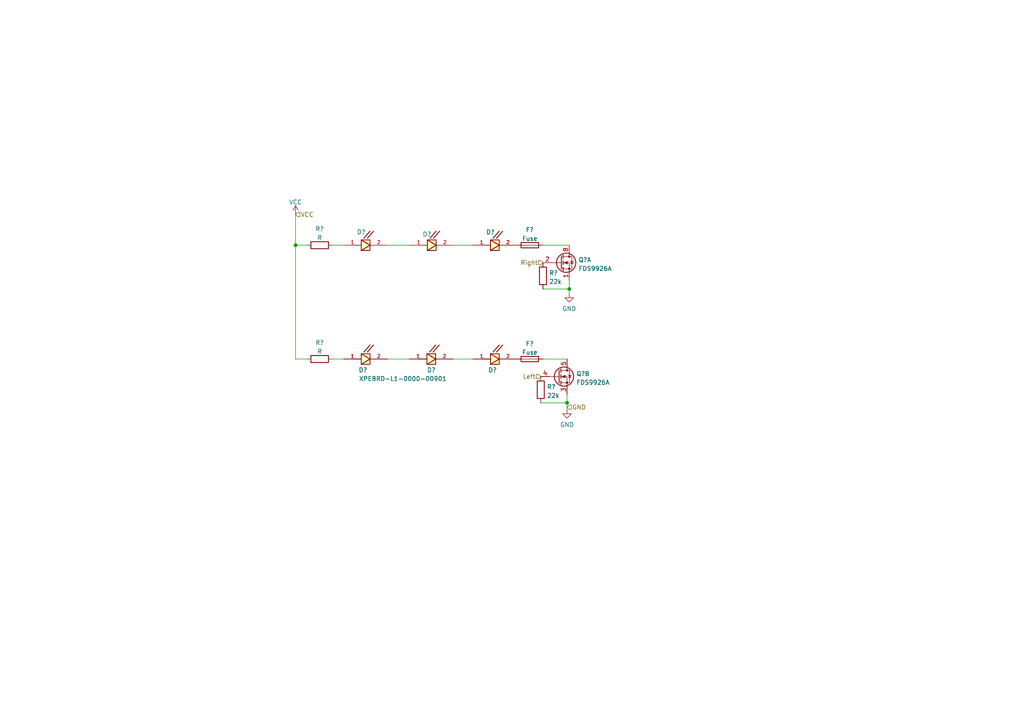
<source format=kicad_sch>
(kicad_sch (version 20211123) (generator eeschema)
  (paper "A4")
  (lib_symbols
    (symbol "Device:Fuse" (pin_numbers hide) (pin_names (offset 0))
      (property "Reference" "F" (at 2.032 0 90))
      (property "Value" "Fuse" (at -1.905 0 90))
      (symbol "Fuse_0_1"
        (rectangle (start -0.762 -2.54) (end 0.762 2.54) (stroke (width 0.254)))
        (polyline (pts (xy 0 2.54) (xy 0 -2.54)))
      )
      (symbol "Fuse_1_1"
        (pin passive line (at 0 3.81 270) (length 1.27) (name "~") (number "1"))
        (pin passive line (at 0 -3.81 90) (length 1.27) (name "~") (number "2"))
      )
    )
    (symbol "Device:R" (pin_numbers hide) (pin_names (offset 0))
      (property "Reference" "R" (at 2.032 0 90))
      (property "Value" "R" (at 0 0 90))
      (symbol "R_0_1"
        (rectangle (start -1.016 -2.54) (end 1.016 2.54) (stroke (width 0.254)))
      )
      (symbol "R_1_1"
        (pin passive line (at 0 3.81 270) (length 1.27) (name "~") (number "1"))
        (pin passive line (at 0 -3.81 90) (length 1.27) (name "~") (number "2"))
      )
    )
    (symbol "Transistor_FET:FDS9926A" (pin_names hide)
      (property "Reference" "Q" (at 5.08 1.905 0))
      (property "Value" "FDS9926A" (at 5.08 0 0))
      (symbol "FDS9926A_0_1"
        (polyline (pts (xy 0.254 0) (xy -2.54 0)))
        (polyline (pts (xy 0.254 1.905) (xy 0.254 -1.905)) (stroke (width 0.254)))
        (polyline (pts (xy 0.762 -1.27) (xy 0.762 -2.286)) (stroke (width 0.254)))
        (polyline (pts (xy 0.762 0.508) (xy 0.762 -0.508)) (stroke (width 0.254)))
        (polyline (pts (xy 0.762 2.286) (xy 0.762 1.27)) (stroke (width 0.254)))
        (polyline (pts (xy 2.54 2.54) (xy 2.54 1.778)))
        (polyline (pts (xy 2.54 -2.54) (xy 2.54 0) (xy 0.762 0)))
        (polyline (pts (xy 0.762 -1.778) (xy 3.302 -1.778) (xy 3.302 1.778) (xy 0.762 1.778)))
        (polyline (pts (xy 1.016 0) (xy 2.032 0.381) (xy 2.032 -0.381) (xy 1.016 0)) (fill (type outline)))
        (polyline (pts (xy 2.794 0.508) (xy 2.921 0.381) (xy 3.683 0.381) (xy 3.81 0.254)))
        (polyline (pts (xy 3.302 0.381) (xy 2.921 -0.254) (xy 3.683 -0.254) (xy 3.302 0.381)))
        (circle (center 1.651 0) (radius 2.794) (stroke (width 0.254)))
        (circle (center 2.54 -1.778) (radius 0.254) (fill (type outline)))
        (circle (center 2.54 1.778) (radius 0.254) (fill (type outline)))
      )
      (symbol "FDS9926A_1_1"
        (pin passive line (at 2.54 -5.08 90) (length 2.54) (name "S1") (number "1"))
        (pin passive line (at -5.08 0 0) (length 2.54) (name "G1") (number "2"))
        (pin passive line (at 2.54 5.08 270) (length 2.54) hide (name "D1") (number "7"))
        (pin passive line (at 2.54 5.08 270) (length 2.54) (name "D1") (number "8"))
      )
      (symbol "FDS9926A_2_1"
        (pin passive line (at 2.54 -5.08 90) (length 2.54) (name "S2") (number "3"))
        (pin passive line (at -5.08 0 0) (length 2.54) (name "G2") (number "4"))
        (pin passive line (at 2.54 5.08 270) (length 2.54) (name "D2") (number "5"))
        (pin passive line (at 2.54 5.08 270) (length 2.54) hide (name "D2") (number "6"))
      )
    )
    (symbol "XPEBRD-L1-0000-00901:XPEBRD-L1-0000-00901" (pin_names (offset 1.016))
      (property "Reference" "D" (at -5.0862 5.5949 0))
      (property "Value" "XPEBRD-L1-0000-00901" (at -5.0975 -7.6463 0))
      (symbol "XPEBRD-L1-0000-00901_0_0"
        (rectangle (start 0 -1.524) (end 2.54 1.524) (stroke (width 0.254)) (fill (type background)))
        (polyline (pts (xy 0 -1.524) (xy 2.54 0)) (stroke (width 0.254)))
        (polyline (pts (xy 0 0) (xy -2.54 0)) (stroke (width 0.1524)))
        (polyline (pts (xy 0.762 2.032) (xy 2.54 4.064)) (stroke (width 0.254)))
        (polyline (pts (xy 1.778 2.032) (xy 3.556 4.064)) (stroke (width 0.254)))
        (polyline (pts (xy 2.54 0) (xy 0 1.524)) (stroke (width 0.254)))
        (pin passive line (at -5.08 0 0) (length 5.08) (name "~") (number "1"))
        (pin passive line (at 7.62 0 180) (length 5.08) (name "~") (number "2"))
      )
    )
    (symbol "power:GND" (power) (pin_names (offset 0))
      (property "Value" "GND" (at 0 -3.81 0))
      (symbol "GND_0_1"
        (polyline (pts (xy 0 0) (xy 0 -1.27) (xy 1.27 -1.27) (xy 0 -2.54) (xy -1.27 -1.27) (xy 0 -1.27)))
      )
      (symbol "GND_1_1"
        (pin power_in line (at 0 0 270) (length 0) hide (name "GND") (number "1"))
      )
    )
    (symbol "power:VCC" (power) (pin_names (offset 0))
      (property "Value" "VCC" (at 0 3.81 0))
      (symbol "VCC_0_1"
        (polyline (pts (xy -0.762 1.27) (xy 0 2.54)))
        (polyline (pts (xy 0 0) (xy 0 2.54)))
        (polyline (pts (xy 0 2.54) (xy 0.762 1.27)))
      )
      (symbol "VCC_1_1"
        (pin power_in line (at 0 0 90) (length 0) hide (name "VCC") (number "1"))
      )
    )
  )
  (junction (at 85.725 71.12))
  (junction (at 165.1 83.82))
  (junction (at 164.465 116.84))
  (wire (pts (xy 157.48 104.14) (xy 164.465 104.14)))
  (wire (pts (xy 112.395 71.12) (xy 118.872 71.12)))
  (wire (pts (xy 131.572 71.12) (xy 137.16 71.12)))
  (wire (pts (xy 165.1 81.28) (xy 165.1 83.82)))
  (wire (pts (xy 165.1 83.82) (xy 165.1 85.09)))
  (wire (pts (xy 112.395 104.14) (xy 118.745 104.14)))
  (wire (pts (xy 157.48 83.82) (xy 165.1 83.82)))
  (wire (pts (xy 96.52 71.12) (xy 99.695 71.12)))
  (wire (pts (xy 85.725 71.12) (xy 85.725 104.14)))
  (wire (pts (xy 157.48 71.12) (xy 165.1 71.12)))
  (wire (pts (xy 164.465 116.84) (xy 164.465 118.745)))
  (wire (pts (xy 156.845 116.84) (xy 164.465 116.84)))
  (wire (pts (xy 96.52 104.14) (xy 99.695 104.14)))
  (wire (pts (xy 131.445 104.14) (xy 137.16 104.14)))
  (wire (pts (xy 85.725 62.23) (xy 85.725 71.12)))
  (wire (pts (xy 85.725 104.14) (xy 88.9 104.14)))
  (wire (pts (xy 164.465 116.84) (xy 164.465 114.3)))
  (wire (pts (xy 85.725 71.12) (xy 88.9 71.12)))
  (hierarchical_label "GND" (shape input) (at 164.465 118.11 0))
  (hierarchical_label "Right" (shape input) (at 157.48 76.2 180))
  (hierarchical_label "Left" (shape input) (at 156.845 109.22 180))
  (hierarchical_label "VCC" (shape input) (at 85.725 62.23 0))
  (symbol (lib_id "power:VCC") (at 85.725 62.23 0) (unit 1)
    (property "Reference" "#PWR?" (effects hide))
    (property "Value" "VCC" (at 85.725 58.6542 0))
  )
  (symbol (lib_id "XPEBRD-L1-0000-00901:XPEBRD-L1-0000-00901") (at 104.775 71.12 0) (unit 1)
    (property "Reference" "D?" (at 104.775 67.31 0))
    (property "Value" "XPEBRD-L1-0000-00901" (effects hide))
    (property "Footprint" "XPEBRD-L1-0000-00901:LED_XPEBRD-L1-0000-00901" (effects hide))
    (property "MANUFACTURER" "CREE" (effects hide))
  )
  (symbol (lib_id "power:GND") (at 164.465 118.745 0) (unit 1)
    (property "Reference" "#PWR?" (effects hide))
    (property "Value" "GND" (at 164.465 123.1884 0))
  )
  (symbol (lib_id "XPEBRD-L1-0000-00901:XPEBRD-L1-0000-00901") (at 142.24 104.14 0) (unit 1)
    (property "Reference" "D?" (at 142.875 107.315 0))
    (property "Value" "XPEBRD-L1-0000-00901" (effects hide))
    (property "Footprint" "XPEBRD-L1-0000-00901:LED_XPEBRD-L1-0000-00901" (effects hide))
    (property "MANUFACTURER" "CREE" (effects hide))
  )
  (symbol (lib_id "Device:R") (at 157.48 80.01 0) (unit 1)
    (property "Reference" "R?" (at 159.258 79.1753 0) (effects (justify left)))
    (property "Value" "22k" (at 159.258 81.7122 0) (effects (justify left)))
  )
  (symbol (lib_id "Device:Fuse") (at 153.67 71.12 270) (unit 1)
    (property "Reference" "F?" (at 153.67 66.6582 90))
    (property "Value" "Fuse" (at 153.67 69.1951 90))
  )
  (symbol (lib_id "power:GND") (at 165.1 85.09 0) (unit 1)
    (property "Reference" "#PWR?" (effects hide))
    (property "Value" "GND" (at 165.1 89.5334 0))
  )
  (symbol (lib_id "XPEBRD-L1-0000-00901:XPEBRD-L1-0000-00901") (at 123.825 104.14 0) (unit 1)
    (property "Reference" "D?" (at 125.095 107.315 0))
    (property "Value" "XPEBRD-L1-0000-00901" (effects hide))
    (property "Footprint" "XPEBRD-L1-0000-00901:LED_XPEBRD-L1-0000-00901" (effects hide))
    (property "MANUFACTURER" "CREE" (effects hide))
  )
  (symbol (lib_id "XPEBRD-L1-0000-00901:XPEBRD-L1-0000-00901") (at 104.775 104.14 0) (unit 1)
    (property "Reference" "D?" (at 105.283 107.315 0))
    (property "Value" "XPEBRD-L1-0000-00901" (at 116.84 109.855 0))
    (property "Footprint" "XPEBRD-L1-0000-00901:LED_XPEBRD-L1-0000-00901" (effects hide))
    (property "MANUFACTURER" "CREE" (effects hide))
  )
  (symbol (lib_id "XPEBRD-L1-0000-00901:XPEBRD-L1-0000-00901") (at 123.952 71.12 0) (unit 1)
    (property "Reference" "D?" (at 123.825 67.945 0))
    (property "Value" "XPEBRD-L1-0000-00901" (effects hide))
    (property "Footprint" "XPEBRD-L1-0000-00901:LED_XPEBRD-L1-0000-00901" (effects hide))
    (property "MANUFACTURER" "CREE" (effects hide))
  )
  (symbol (lib_id "Device:R") (at 156.845 113.03 0) (unit 1)
    (property "Reference" "R?" (at 158.623 112.1953 0) (effects (justify left)))
    (property "Value" "22k" (at 158.623 114.7322 0) (effects (justify left)))
  )
  (symbol (lib_id "Transistor_FET:FDS9926A") (at 161.925 109.22 0) (unit 2)
    (property "Reference" "Q?" (at 167.132 108.3853 0) (effects (justify left)))
    (property "Value" "FDS9926A" (at 167.132 110.9222 0) (effects (justify left)))
    (property "Footprint" "Package_SO:SOIC-8_3.9x4.9mm_P1.27mm" (effects hide))
    (property "Datasheet" "https://www.onsemi.com/pub/Collateral/FDS9926A-D.pdf" (effects hide))
  )
  (symbol (lib_id "Device:R") (at 92.71 71.12 90) (unit 1)
    (property "Reference" "R?" (at 92.71 66.4042 90))
    (property "Value" "R" (at 92.71 68.9411 90))
  )
  (symbol (lib_id "XPEBRD-L1-0000-00901:XPEBRD-L1-0000-00901") (at 142.24 71.12 0) (unit 1)
    (property "Reference" "D?" (at 142.24 67.31 0))
    (property "Value" "XPEBRD-L1-0000-00901" (effects hide))
    (property "Footprint" "XPEBRD-L1-0000-00901:LED_XPEBRD-L1-0000-00901" (effects hide))
    (property "MANUFACTURER" "CREE" (effects hide))
  )
  (symbol (lib_id "Device:R") (at 92.71 104.14 90) (unit 1)
    (property "Reference" "R?" (at 92.71 99.4242 90))
    (property "Value" "R" (at 92.71 101.9611 90))
  )
  (symbol (lib_id "Device:Fuse") (at 153.67 104.14 270) (unit 1)
    (property "Reference" "F?" (at 153.67 99.6782 90))
    (property "Value" "Fuse" (at 153.67 102.2151 90))
  )
  (symbol (lib_id "Transistor_FET:FDS9926A") (at 162.56 76.2 0) (unit 1)
    (property "Reference" "Q?" (at 167.767 75.3653 0) (effects (justify left)))
    (property "Value" "FDS9926A" (at 167.767 77.9022 0) (effects (justify left)))
    (property "Footprint" "Package_SO:SOIC-8_3.9x4.9mm_P1.27mm" (effects hide))
    (property "Datasheet" "https://www.onsemi.com/pub/Collateral/FDS9926A-D.pdf" (effects hide))
  )
)
</source>
